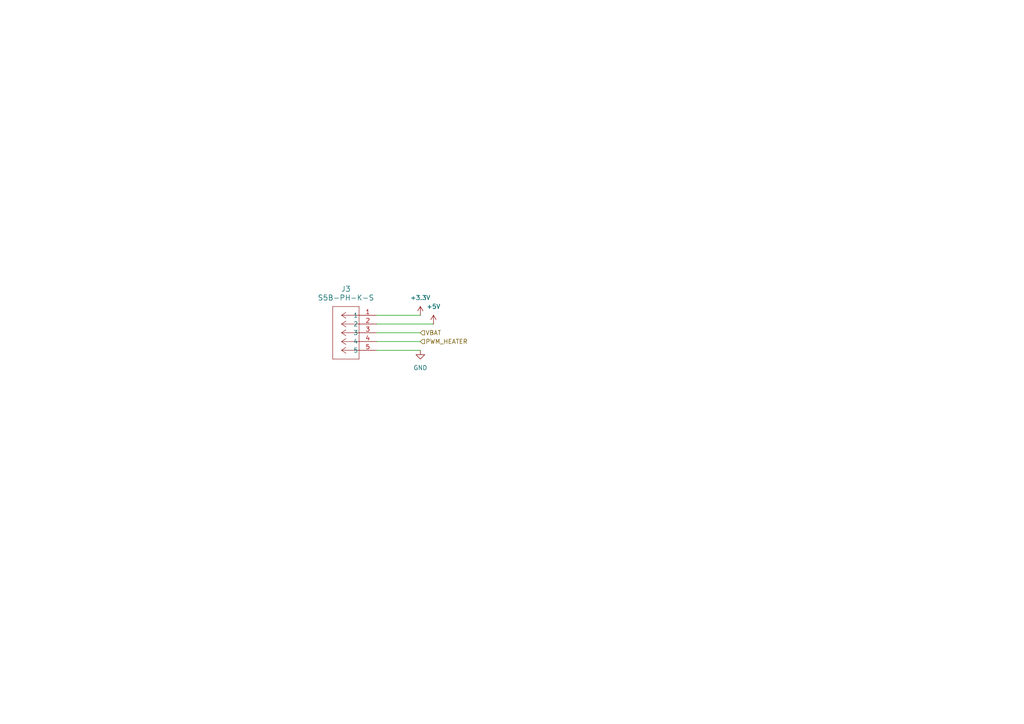
<source format=kicad_sch>
(kicad_sch (version 20231120) (generator "eeschema") (generator_version "8.0")
  (paper "A4")
  (title_block (title "Power Interface") (date "2025-01-13") (company "University of Alberta") (comment 1 "Steven Sager") (comment 2 "Damien Huskic") (comment 3 "Tejash Ravish") (comment 4 "Max Schatz"))
  (lib_symbols
    (symbol "Capstone:S5B-PH-K-S" (pin_names (offset 0.254))
      (property "Reference" "J" (at 8.89 6.35 0))
      (property "Value" "S5B-PH-K-S" (at 0 0 0))
      (symbol "S5B-PH-K-S_1_1"
        (polyline (pts (xy 5.08 -12.7) (xy 12.7 -12.7)) (stroke (width 0.127)))
        (polyline (pts (xy 5.08 2.54) (xy 5.08 -12.7)) (stroke (width 0.127)))
        (polyline (pts (xy 10.16 -10.16) (xy 5.08 -10.16)) (stroke (width 0.127)))
        (polyline (pts (xy 10.16 -10.16) (xy 8.89 -11.0067)) (stroke (width 0.127)))
        (polyline (pts (xy 10.16 -10.16) (xy 8.89 -9.3133)) (stroke (width 0.127)))
        (polyline (pts (xy 10.16 -7.62) (xy 5.08 -7.62)) (stroke (width 0.127)))
        (polyline (pts (xy 10.16 -7.62) (xy 8.89 -8.4667)) (stroke (width 0.127)))
        (polyline (pts (xy 10.16 -7.62) (xy 8.89 -6.7733)) (stroke (width 0.127)))
        (polyline (pts (xy 10.16 -5.08) (xy 5.08 -5.08)) (stroke (width 0.127)))
        (polyline (pts (xy 10.16 -5.08) (xy 8.89 -5.9267)) (stroke (width 0.127)))
        (polyline (pts (xy 10.16 -5.08) (xy 8.89 -4.2333)) (stroke (width 0.127)))
        (polyline (pts (xy 10.16 -2.54) (xy 5.08 -2.54)) (stroke (width 0.127)))
        (polyline (pts (xy 10.16 -2.54) (xy 8.89 -3.3867)) (stroke (width 0.127)))
        (polyline (pts (xy 10.16 -2.54) (xy 8.89 -1.6933)) (stroke (width 0.127)))
        (polyline (pts (xy 10.16 0) (xy 5.08 0)) (stroke (width 0.127)))
        (polyline (pts (xy 10.16 0) (xy 8.89 -0.8467)) (stroke (width 0.127)))
        (polyline (pts (xy 10.16 0) (xy 8.89 0.8467)) (stroke (width 0.127)))
        (polyline (pts (xy 12.7 -12.7) (xy 12.7 2.54)) (stroke (width 0.127)))
        (polyline (pts (xy 12.7 2.54) (xy 5.08 2.54)) (stroke (width 0.127)))
        (pin unspecified line (at 0 0 0) (length 5.08) (name "1") (number "1"))
        (pin unspecified line (at 0 -2.54 0) (length 5.08) (name "2") (number "2"))
        (pin unspecified line (at 0 -5.08 0) (length 5.08) (name "3") (number "3"))
        (pin unspecified line (at 0 -7.62 0) (length 5.08) (name "4") (number "4"))
        (pin unspecified line (at 0 -10.16 0) (length 5.08) (name "5") (number "5"))
      )
      (symbol "S5B-PH-K-S_1_2"
        (polyline (pts (xy 5.08 -12.7) (xy 12.7 -12.7)) (stroke (width 0.127)))
        (polyline (pts (xy 5.08 2.54) (xy 5.08 -12.7)) (stroke (width 0.127)))
        (polyline (pts (xy 7.62 -10.16) (xy 5.08 -10.16)) (stroke (width 0.127)))
        (polyline (pts (xy 7.62 -10.16) (xy 8.89 -11.0067)) (stroke (width 0.127)))
        (polyline (pts (xy 7.62 -10.16) (xy 8.89 -9.3133)) (stroke (width 0.127)))
        (polyline (pts (xy 7.62 -7.62) (xy 5.08 -7.62)) (stroke (width 0.127)))
        (polyline (pts (xy 7.62 -7.62) (xy 8.89 -8.4667)) (stroke (width 0.127)))
        (polyline (pts (xy 7.62 -7.62) (xy 8.89 -6.7733)) (stroke (width 0.127)))
        (polyline (pts (xy 7.62 -5.08) (xy 5.08 -5.08)) (stroke (width 0.127)))
        (polyline (pts (xy 7.62 -5.08) (xy 8.89 -5.9267)) (stroke (width 0.127)))
        (polyline (pts (xy 7.62 -5.08) (xy 8.89 -4.2333)) (stroke (width 0.127)))
        (polyline (pts (xy 7.62 -2.54) (xy 5.08 -2.54)) (stroke (width 0.127)))
        (polyline (pts (xy 7.62 -2.54) (xy 8.89 -3.3867)) (stroke (width 0.127)))
        (polyline (pts (xy 7.62 -2.54) (xy 8.89 -1.6933)) (stroke (width 0.127)))
        (polyline (pts (xy 7.62 0) (xy 5.08 0)) (stroke (width 0.127)))
        (polyline (pts (xy 7.62 0) (xy 8.89 -0.8467)) (stroke (width 0.127)))
        (polyline (pts (xy 7.62 0) (xy 8.89 0.8467)) (stroke (width 0.127)))
        (polyline (pts (xy 12.7 -12.7) (xy 12.7 2.54)) (stroke (width 0.127)))
        (polyline (pts (xy 12.7 2.54) (xy 5.08 2.54)) (stroke (width 0.127)))
        (pin unspecified line (at 0 0 0) (length 5.08) (name "1") (number "1"))
        (pin unspecified line (at 0 -2.54 0) (length 5.08) (name "2") (number "2"))
        (pin unspecified line (at 0 -5.08 0) (length 5.08) (name "3") (number "3"))
        (pin unspecified line (at 0 -7.62 0) (length 5.08) (name "4") (number "4"))
        (pin unspecified line (at 0 -10.16 0) (length 5.08) (name "5") (number "5"))
      )
    )
    (symbol "power:+3.3V" (power) (pin_numbers hide) (pin_names (offset 0) hide)
      (property "Value" "+3.3V" (at 0 3.556 0))
      (symbol "+3.3V_0_1"
        (polyline (pts (xy -0.762 1.27) (xy 0 2.54)))
        (polyline (pts (xy 0 0) (xy 0 2.54)))
        (polyline (pts (xy 0 2.54) (xy 0.762 1.27)))
      )
      (symbol "+3.3V_1_1"
        (pin power_in line (at 0 0 90) (length 0) (name "~") (number "1"))
      )
    )
    (symbol "power:+5V" (power) (pin_numbers hide) (pin_names (offset 0) hide)
      (property "Value" "+5V" (at 0 3.556 0))
      (symbol "+5V_0_1"
        (polyline (pts (xy -0.762 1.27) (xy 0 2.54)))
        (polyline (pts (xy 0 0) (xy 0 2.54)))
        (polyline (pts (xy 0 2.54) (xy 0.762 1.27)))
      )
      (symbol "+5V_1_1"
        (pin power_in line (at 0 0 90) (length 0) (name "~") (number "1"))
      )
    )
    (symbol "power:GND" (power) (pin_numbers hide) (pin_names (offset 0) hide)
      (property "Value" "GND" (at 0 -3.81 0))
      (symbol "GND_0_1"
        (polyline (pts (xy 0 0) (xy 0 -1.27) (xy 1.27 -1.27) (xy 0 -2.54) (xy -1.27 -1.27) (xy 0 -1.27)))
      )
      (symbol "GND_1_1"
        (pin power_in line (at 0 0 270) (length 0) (name "~") (number "1"))
      )
    )
  )
  (wire (pts (xy 109.22 101.6) (xy 121.92 101.6)))
  (wire (pts (xy 109.22 91.44) (xy 121.92 91.44)))
  (wire (pts (xy 109.22 93.98) (xy 125.73 93.98)))
  (wire (pts (xy 109.22 96.52) (xy 121.92 96.52)))
  (wire (pts (xy 109.22 99.06) (xy 121.92 99.06)))
  (hierarchical_label "VBAT" (shape input) (at 121.92 96.52 0))
  (hierarchical_label "PWM_HEATER" (shape input) (at 121.92 99.06 0))
  (symbol (lib_id "power:+5V") (at 125.73 93.98 0) (unit 1)
    (property "Reference" "#PWR017" (effects (hide yes)))
    (property "Value" "+5V" (at 125.73 88.9 0))
    (property "Description" "Power symbol creates a global label with name \"+5V\"" (effects (hide yes)))
  )
  (symbol (lib_id "Capstone:S5B-PH-K-S") (at 109.22 91.44 0) (mirror y) (unit 1)
    (property "Reference" "J3" (at 100.33 83.82 0) (effects (font (size 1.524 1.524))))
    (property "Value" "S5B-PH-K-S" (at 100.33 86.36 0) (effects (font (size 1.524 1.524))))
    (property "Footprint" "Capstone:CONN_B5B-XH-A_JST" (effects (hide yes)))
    (property "Datasheet" "S5B-PH-K-S" (effects (hide yes)))
  )
  (symbol (lib_id "power:GND") (at 121.92 101.6 0) (unit 1)
    (property "Reference" "#PWR024" (effects (hide yes)))
    (property "Value" "GND" (at 121.92 106.68 0))
    (property "Description" "Power symbol creates a global label with name \"GND\" , ground" (effects (hide yes)))
  )
  (symbol (lib_id "power:+3.3V") (at 121.92 91.44 0) (unit 1)
    (property "Reference" "#PWR020" (effects (hide yes)))
    (property "Value" "+3.3V" (at 121.92 86.36 0))
    (property "Description" "Power symbol creates a global label with name \"+3.3V\"" (effects (hide yes)))
  )
)
</source>
